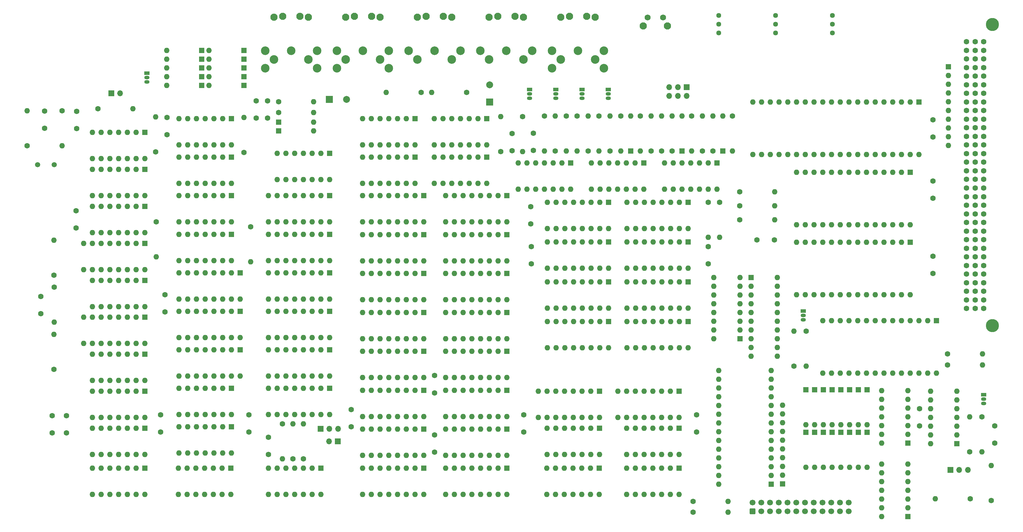
<source format=gbr>
%TF.GenerationSoftware,KiCad,Pcbnew,(6.0.10)*%
%TF.CreationDate,2023-03-31T21:36:48+03:00*%
%TF.ProjectId,delta48m,64656c74-6134-4386-9d2e-6b696361645f,1*%
%TF.SameCoordinates,Original*%
%TF.FileFunction,Soldermask,Top*%
%TF.FilePolarity,Negative*%
%FSLAX46Y46*%
G04 Gerber Fmt 4.6, Leading zero omitted, Abs format (unit mm)*
G04 Created by KiCad (PCBNEW (6.0.10)) date 2023-03-31 21:36:48*
%MOMM*%
%LPD*%
G01*
G04 APERTURE LIST*
G04 Aperture macros list*
%AMRoundRect*
0 Rectangle with rounded corners*
0 $1 Rounding radius*
0 $2 $3 $4 $5 $6 $7 $8 $9 X,Y pos of 4 corners*
0 Add a 4 corners polygon primitive as box body*
4,1,4,$2,$3,$4,$5,$6,$7,$8,$9,$2,$3,0*
0 Add four circle primitives for the rounded corners*
1,1,$1+$1,$2,$3*
1,1,$1+$1,$4,$5*
1,1,$1+$1,$6,$7*
1,1,$1+$1,$8,$9*
0 Add four rect primitives between the rounded corners*
20,1,$1+$1,$2,$3,$4,$5,0*
20,1,$1+$1,$4,$5,$6,$7,0*
20,1,$1+$1,$6,$7,$8,$9,0*
20,1,$1+$1,$8,$9,$2,$3,0*%
G04 Aperture macros list end*
%ADD10R,1.600000X1.600000*%
%ADD11O,1.600000X1.600000*%
%ADD12C,1.600000*%
%ADD13C,2.100000*%
%ADD14C,2.500000*%
%ADD15R,1.700000X1.700000*%
%ADD16O,1.700000X1.700000*%
%ADD17R,1.500000X1.050000*%
%ADD18O,1.500000X1.050000*%
%ADD19C,1.440000*%
%ADD20C,3.800000*%
%ADD21C,1.500000*%
%ADD22C,1.750000*%
%ADD23C,2.000000*%
%ADD24R,2.000000X2.000000*%
%ADD25RoundRect,0.250000X0.600000X-0.600000X0.600000X0.600000X-0.600000X0.600000X-0.600000X-0.600000X0*%
%ADD26C,1.700000*%
G04 APERTURE END LIST*
D10*
%TO.C,U11*%
X132597000Y-103922000D03*
D11*
X130057000Y-103922000D03*
X127517000Y-103922000D03*
X124977000Y-103922000D03*
X122437000Y-103922000D03*
X119897000Y-103922000D03*
X117357000Y-103922000D03*
X117357000Y-111542000D03*
X119897000Y-111542000D03*
X122437000Y-111542000D03*
X124977000Y-111542000D03*
X127517000Y-111542000D03*
X130057000Y-111542000D03*
X132597000Y-111542000D03*
%TD*%
D12*
%TO.C,R35*%
X254512000Y-113310000D03*
D11*
X254512000Y-103150000D03*
%TD*%
D12*
%TO.C,R53*%
X340618000Y-175413000D03*
D11*
X350778000Y-175413000D03*
%TD*%
D10*
%TO.C,U57*%
X239531000Y-193838000D03*
D11*
X236991000Y-193838000D03*
X234451000Y-193838000D03*
X231911000Y-193838000D03*
X229371000Y-193838000D03*
X226831000Y-193838000D03*
X224291000Y-193838000D03*
X224291000Y-201458000D03*
X226831000Y-201458000D03*
X229371000Y-201458000D03*
X231911000Y-201458000D03*
X234451000Y-201458000D03*
X236991000Y-201458000D03*
X239531000Y-201458000D03*
%TD*%
D10*
%TO.C,U27*%
X161177000Y-182234100D03*
D11*
X158637000Y-182234100D03*
X156097000Y-182234100D03*
X153557000Y-182234100D03*
X151017000Y-182234100D03*
X148477000Y-182234100D03*
X145937000Y-182234100D03*
X143397000Y-182234100D03*
X143397000Y-189854100D03*
X145937000Y-189854100D03*
X148477000Y-189854100D03*
X151017000Y-189854100D03*
X153557000Y-189854100D03*
X156097000Y-189854100D03*
X158637000Y-189854100D03*
X161177000Y-189854100D03*
%TD*%
D10*
%TO.C,U36*%
X188487000Y-182795500D03*
D11*
X185947000Y-182795500D03*
X183407000Y-182795500D03*
X180867000Y-182795500D03*
X178327000Y-182795500D03*
X175787000Y-182795500D03*
X173247000Y-182795500D03*
X170707000Y-182795500D03*
X170707000Y-190415500D03*
X173247000Y-190415500D03*
X175787000Y-190415500D03*
X178327000Y-190415500D03*
X180867000Y-190415500D03*
X183407000Y-190415500D03*
X185947000Y-190415500D03*
X188487000Y-190415500D03*
%TD*%
D13*
%TO.C,J3*%
X186647000Y-74487000D03*
X189147000Y-74187000D03*
X196647000Y-74487000D03*
X194147000Y-74187000D03*
D14*
X184147000Y-84187000D03*
X191647000Y-84187000D03*
X199147000Y-84187000D03*
X186647000Y-86687000D03*
X196647000Y-86687000D03*
%TD*%
D13*
%TO.C,J6*%
X168319000Y-74187000D03*
X173319000Y-74187000D03*
X165819000Y-74487000D03*
X175819000Y-74487000D03*
D14*
X163319000Y-84187000D03*
X170819000Y-84187000D03*
X178319000Y-84187000D03*
X165819000Y-86687000D03*
X175819000Y-86687000D03*
X163319000Y-89287000D03*
X178319000Y-89287000D03*
%TD*%
D10*
%TO.C,U3*%
X107461000Y-129359000D03*
D11*
X104921000Y-129359000D03*
X102381000Y-129359000D03*
X99841000Y-129359000D03*
X97301000Y-129359000D03*
X94761000Y-129359000D03*
X92221000Y-129359000D03*
X92221000Y-136979000D03*
X94761000Y-136979000D03*
X97301000Y-136979000D03*
X99841000Y-136979000D03*
X102381000Y-136979000D03*
X104921000Y-136979000D03*
X107461000Y-136979000D03*
%TD*%
D15*
%TO.C,LS1*%
X97789000Y-96546000D03*
D16*
X100329000Y-96546000D03*
%TD*%
D10*
%TO.C,U43*%
X212612000Y-148896400D03*
D11*
X210072000Y-148896400D03*
X207532000Y-148896400D03*
X204992000Y-148896400D03*
X202452000Y-148896400D03*
X199912000Y-148896400D03*
X197372000Y-148896400D03*
X194832000Y-148896400D03*
X194832000Y-156516400D03*
X197372000Y-156516400D03*
X199912000Y-156516400D03*
X202452000Y-156516400D03*
X204992000Y-156516400D03*
X207532000Y-156516400D03*
X210072000Y-156516400D03*
X212612000Y-156516400D03*
%TD*%
D12*
%TO.C,R5*%
X81030000Y-149378000D03*
D11*
X81030000Y-139218000D03*
%TD*%
D10*
%TO.C,U48*%
X212612000Y-205395000D03*
D11*
X210072000Y-205395000D03*
X207532000Y-205395000D03*
X204992000Y-205395000D03*
X202452000Y-205395000D03*
X199912000Y-205395000D03*
X197372000Y-205395000D03*
X194832000Y-205395000D03*
X194832000Y-213015000D03*
X197372000Y-213015000D03*
X199912000Y-213015000D03*
X202452000Y-213015000D03*
X204992000Y-213015000D03*
X207532000Y-213015000D03*
X210072000Y-213015000D03*
X212612000Y-213015000D03*
%TD*%
D10*
%TO.C,U64*%
X262645000Y-193838000D03*
D11*
X260105000Y-193838000D03*
X257565000Y-193838000D03*
X255025000Y-193838000D03*
X252485000Y-193838000D03*
X249945000Y-193838000D03*
X247405000Y-193838000D03*
X247405000Y-201458000D03*
X249945000Y-201458000D03*
X252485000Y-201458000D03*
X255025000Y-201458000D03*
X257565000Y-201458000D03*
X260105000Y-201458000D03*
X262645000Y-201458000D03*
%TD*%
D12*
%TO.C,R54*%
X347095000Y-200686000D03*
D11*
X347095000Y-190526000D03*
%TD*%
D15*
%TO.C,JP1*%
X158515000Y-193955000D03*
D16*
X161055000Y-193955000D03*
X163595000Y-193955000D03*
%TD*%
D12*
%TO.C,C23*%
X271149000Y-146036000D03*
X271149000Y-141036000D03*
%TD*%
%TO.C,C19*%
X219587000Y-134479000D03*
X219587000Y-129479000D03*
%TD*%
D17*
%TO.C,Q3*%
X219227000Y-95403000D03*
D18*
X219227000Y-96673000D03*
X219227000Y-97943000D03*
%TD*%
D12*
%TO.C,R56*%
X353318000Y-214783000D03*
D11*
X353318000Y-204623000D03*
%TD*%
D10*
%TO.C,U23*%
X161177000Y-137484300D03*
D11*
X158637000Y-137484300D03*
X156097000Y-137484300D03*
X153557000Y-137484300D03*
X151017000Y-137484300D03*
X148477000Y-137484300D03*
X145937000Y-137484300D03*
X143397000Y-137484300D03*
X143397000Y-145104300D03*
X145937000Y-145104300D03*
X148477000Y-145104300D03*
X151017000Y-145104300D03*
X153557000Y-145104300D03*
X156097000Y-145104300D03*
X158637000Y-145104300D03*
X161177000Y-145104300D03*
%TD*%
D10*
%TO.C,U49*%
X231144000Y-116749000D03*
D11*
X228604000Y-116749000D03*
X226064000Y-116749000D03*
X223524000Y-116749000D03*
X220984000Y-116749000D03*
X218444000Y-116749000D03*
X215904000Y-116749000D03*
X215904000Y-124369000D03*
X218444000Y-124369000D03*
X220984000Y-124369000D03*
X223524000Y-124369000D03*
X226064000Y-124369000D03*
X228604000Y-124369000D03*
X231144000Y-124369000D03*
%TD*%
D12*
%TO.C,C30*%
X354334000Y-198106000D03*
X354334000Y-193106000D03*
%TD*%
D10*
%TO.C,U33*%
X188487000Y-148896400D03*
D11*
X185947000Y-148896400D03*
X183407000Y-148896400D03*
X180867000Y-148896400D03*
X178327000Y-148896400D03*
X175787000Y-148896400D03*
X173247000Y-148896400D03*
X170707000Y-148896400D03*
X170707000Y-156516400D03*
X173247000Y-156516400D03*
X175787000Y-156516400D03*
X178327000Y-156516400D03*
X180867000Y-156516400D03*
X183407000Y-156516400D03*
X185947000Y-156516400D03*
X188487000Y-156516400D03*
%TD*%
D12*
%TO.C,C10*%
X143133000Y-98745000D03*
X143133000Y-103745000D03*
%TD*%
D10*
%TO.C,U38*%
X188487000Y-205395000D03*
D11*
X185947000Y-205395000D03*
X183407000Y-205395000D03*
X180867000Y-205395000D03*
X178327000Y-205395000D03*
X175787000Y-205395000D03*
X173247000Y-205395000D03*
X170707000Y-205395000D03*
X170707000Y-213015000D03*
X173247000Y-213015000D03*
X175787000Y-213015000D03*
X178327000Y-213015000D03*
X180867000Y-213015000D03*
X183407000Y-213015000D03*
X185947000Y-213015000D03*
X188487000Y-213015000D03*
%TD*%
D12*
%TO.C,R46*%
X274451000Y-128169000D03*
D11*
X274451000Y-138329000D03*
%TD*%
D10*
%TO.C,U59*%
X265317000Y-128179000D03*
D11*
X262777000Y-128179000D03*
X260237000Y-128179000D03*
X257697000Y-128179000D03*
X255157000Y-128179000D03*
X252617000Y-128179000D03*
X250077000Y-128179000D03*
X247537000Y-128179000D03*
X247537000Y-135799000D03*
X250077000Y-135799000D03*
X252617000Y-135799000D03*
X255157000Y-135799000D03*
X257697000Y-135799000D03*
X260237000Y-135799000D03*
X262777000Y-135799000D03*
X265317000Y-135799000D03*
%TD*%
D19*
%TO.C,RV42*%
X274197000Y-79018000D03*
X274197000Y-76478000D03*
X274197000Y-73938000D03*
%TD*%
D12*
%TO.C,R51*%
X299597000Y-165634000D03*
D11*
X299597000Y-175794000D03*
%TD*%
D10*
%TO.C,U7*%
X107461000Y-172359000D03*
D11*
X104921000Y-172359000D03*
X102381000Y-172359000D03*
X99841000Y-172359000D03*
X97301000Y-172359000D03*
X94761000Y-172359000D03*
X92221000Y-172359000D03*
X92221000Y-179979000D03*
X94761000Y-179979000D03*
X97301000Y-179979000D03*
X99841000Y-179979000D03*
X102381000Y-179979000D03*
X104921000Y-179979000D03*
X107461000Y-179979000D03*
%TD*%
D10*
%TO.C,U30*%
X185937000Y-115109400D03*
D11*
X183397000Y-115109400D03*
X180857000Y-115109400D03*
X178317000Y-115109400D03*
X175777000Y-115109400D03*
X173237000Y-115109400D03*
X170697000Y-115109400D03*
X170697000Y-122729400D03*
X173237000Y-122729400D03*
X175777000Y-122729400D03*
X178317000Y-122729400D03*
X180857000Y-122729400D03*
X183397000Y-122729400D03*
X185937000Y-122729400D03*
%TD*%
D10*
%TO.C,D26*%
X309630000Y-182652000D03*
D11*
X309630000Y-192812000D03*
%TD*%
D10*
%TO.C,D1*%
X123956000Y-84100000D03*
D11*
X113796000Y-84100000D03*
%TD*%
D12*
%TO.C,C16*%
X191647000Y-183541000D03*
X191647000Y-178541000D03*
%TD*%
D10*
%TO.C,U47*%
X212612000Y-194095300D03*
D11*
X210072000Y-194095300D03*
X207532000Y-194095300D03*
X204992000Y-194095300D03*
X202452000Y-194095300D03*
X199912000Y-194095300D03*
X197372000Y-194095300D03*
X194832000Y-194095300D03*
X194832000Y-201715300D03*
X197372000Y-201715300D03*
X199912000Y-201715300D03*
X202452000Y-201715300D03*
X204992000Y-201715300D03*
X207532000Y-201715300D03*
X210072000Y-201715300D03*
X212612000Y-201715300D03*
%TD*%
D12*
%TO.C,R8*%
X110621000Y-113564000D03*
D11*
X110621000Y-103404000D03*
%TD*%
D12*
%TO.C,R41*%
X278134000Y-103150000D03*
D11*
X278134000Y-113310000D03*
%TD*%
D10*
%TO.C,U52*%
X242203000Y-128179000D03*
D11*
X239663000Y-128179000D03*
X237123000Y-128179000D03*
X234583000Y-128179000D03*
X232043000Y-128179000D03*
X229503000Y-128179000D03*
X226963000Y-128179000D03*
X224423000Y-128179000D03*
X224423000Y-135799000D03*
X226963000Y-135799000D03*
X229503000Y-135799000D03*
X232043000Y-135799000D03*
X234583000Y-135799000D03*
X237123000Y-135799000D03*
X239663000Y-135799000D03*
X242203000Y-135799000D03*
%TD*%
D12*
%TO.C,R15*%
X236224000Y-113310000D03*
D11*
X236224000Y-103150000D03*
%TD*%
D15*
%TO.C,JP3*%
X163565000Y-197638000D03*
D16*
X161025000Y-197638000D03*
%TD*%
D10*
%TO.C,D23*%
X302010000Y-182652000D03*
D11*
X302010000Y-192812000D03*
%TD*%
D10*
%TO.C,U39*%
X206765000Y-103922000D03*
D11*
X204225000Y-103922000D03*
X201685000Y-103922000D03*
X199145000Y-103922000D03*
X196605000Y-103922000D03*
X194065000Y-103922000D03*
X191525000Y-103922000D03*
X191525000Y-111542000D03*
X194065000Y-111542000D03*
X196605000Y-111542000D03*
X199145000Y-111542000D03*
X201685000Y-111542000D03*
X204225000Y-111542000D03*
X206765000Y-111542000D03*
%TD*%
D12*
%TO.C,C22*%
X220349000Y-108151200D03*
X220349000Y-113151200D03*
%TD*%
D10*
%TO.C,D9*%
X136275000Y-91720000D03*
D11*
X126115000Y-91720000D03*
%TD*%
D12*
%TO.C,C25*%
X290326000Y-139091000D03*
X285326000Y-139091000D03*
%TD*%
D10*
%TO.C,U10*%
X107456000Y-205395000D03*
D11*
X104916000Y-205395000D03*
X102376000Y-205395000D03*
X99836000Y-205395000D03*
X97296000Y-205395000D03*
X94756000Y-205395000D03*
X92216000Y-205395000D03*
X92216000Y-213015000D03*
X94756000Y-213015000D03*
X97296000Y-213015000D03*
X99836000Y-213015000D03*
X102376000Y-213015000D03*
X104916000Y-213015000D03*
X107456000Y-213015000D03*
%TD*%
D10*
%TO.C,U61*%
X265317000Y-151293000D03*
D11*
X262777000Y-151293000D03*
X260237000Y-151293000D03*
X257697000Y-151293000D03*
X255157000Y-151293000D03*
X252617000Y-151293000D03*
X250077000Y-151293000D03*
X247537000Y-151293000D03*
X247537000Y-158913000D03*
X250077000Y-158913000D03*
X252617000Y-158913000D03*
X255157000Y-158913000D03*
X257697000Y-158913000D03*
X260237000Y-158913000D03*
X262777000Y-158913000D03*
X265317000Y-158913000D03*
%TD*%
D10*
%TO.C,U29*%
X185937000Y-103922000D03*
D11*
X183397000Y-103922000D03*
X180857000Y-103922000D03*
X178317000Y-103922000D03*
X175777000Y-103922000D03*
X173237000Y-103922000D03*
X170697000Y-103922000D03*
X170697000Y-111542000D03*
X173237000Y-111542000D03*
X175777000Y-111542000D03*
X178317000Y-111542000D03*
X180857000Y-111542000D03*
X183397000Y-111542000D03*
X185937000Y-111542000D03*
%TD*%
D10*
%TO.C,U8*%
X107461000Y-183109000D03*
D11*
X104921000Y-183109000D03*
X102381000Y-183109000D03*
X99841000Y-183109000D03*
X97301000Y-183109000D03*
X94761000Y-183109000D03*
X92221000Y-183109000D03*
X92221000Y-190729000D03*
X94761000Y-190729000D03*
X97301000Y-190729000D03*
X99841000Y-190729000D03*
X102381000Y-190729000D03*
X104921000Y-190729000D03*
X107461000Y-190729000D03*
%TD*%
D10*
%TO.C,D22*%
X299470000Y-182652000D03*
D11*
X299470000Y-192812000D03*
%TD*%
D12*
%TO.C,R34*%
X251417200Y-103150000D03*
D11*
X251417200Y-113310000D03*
%TD*%
D10*
%TO.C,U72*%
X337443000Y-162586000D03*
D11*
X334903000Y-162586000D03*
X332363000Y-162586000D03*
X329823000Y-162586000D03*
X327283000Y-162586000D03*
X324743000Y-162586000D03*
X322203000Y-162586000D03*
X319663000Y-162586000D03*
X317123000Y-162586000D03*
X314583000Y-162586000D03*
X312043000Y-162586000D03*
X309503000Y-162586000D03*
X306963000Y-162586000D03*
X304423000Y-162586000D03*
X304423000Y-177826000D03*
X306963000Y-177826000D03*
X309503000Y-177826000D03*
X312043000Y-177826000D03*
X314583000Y-177826000D03*
X317123000Y-177826000D03*
X319663000Y-177826000D03*
X322203000Y-177826000D03*
X324743000Y-177826000D03*
X327283000Y-177826000D03*
X329823000Y-177826000D03*
X332363000Y-177826000D03*
X334903000Y-177826000D03*
X337443000Y-177826000D03*
%TD*%
D12*
%TO.C,R30*%
X239399000Y-103150000D03*
D11*
X239399000Y-113310000D03*
%TD*%
D10*
%TO.C,U13*%
X132597000Y-126296900D03*
D11*
X130057000Y-126296900D03*
X127517000Y-126296900D03*
X124977000Y-126296900D03*
X122437000Y-126296900D03*
X119897000Y-126296900D03*
X117357000Y-126296900D03*
X117357000Y-133916900D03*
X119897000Y-133916900D03*
X122437000Y-133916900D03*
X124977000Y-133916900D03*
X127517000Y-133916900D03*
X130057000Y-133916900D03*
X132597000Y-133916900D03*
%TD*%
D10*
%TO.C,D30*%
X146308000Y-104928000D03*
D11*
X156468000Y-104928000D03*
%TD*%
D12*
%TO.C,C4*%
X80522000Y-195185000D03*
X80522000Y-190185000D03*
%TD*%
D10*
%TO.C,U60*%
X265317000Y-139736000D03*
D11*
X262777000Y-139736000D03*
X260237000Y-139736000D03*
X257697000Y-139736000D03*
X255157000Y-139736000D03*
X252617000Y-139736000D03*
X250077000Y-139736000D03*
X247537000Y-139736000D03*
X247537000Y-147356000D03*
X250077000Y-147356000D03*
X252617000Y-147356000D03*
X255157000Y-147356000D03*
X257697000Y-147356000D03*
X260237000Y-147356000D03*
X262777000Y-147356000D03*
X265317000Y-147356000D03*
%TD*%
D10*
%TO.C,U21*%
X161172000Y-113955000D03*
D11*
X158632000Y-113955000D03*
X156092000Y-113955000D03*
X153552000Y-113955000D03*
X151012000Y-113955000D03*
X148472000Y-113955000D03*
X145932000Y-113955000D03*
X145932000Y-121575000D03*
X148472000Y-121575000D03*
X151012000Y-121575000D03*
X153552000Y-121575000D03*
X156092000Y-121575000D03*
X158632000Y-121575000D03*
X161172000Y-121575000D03*
%TD*%
D12*
%TO.C,R50*%
X296041000Y-175794000D03*
D11*
X296041000Y-165634000D03*
%TD*%
D12*
%TO.C,C5*%
X84713000Y-195185000D03*
X84713000Y-190185000D03*
%TD*%
D10*
%TO.C,U50*%
X252419000Y-116749000D03*
D11*
X249879000Y-116749000D03*
X247339000Y-116749000D03*
X244799000Y-116749000D03*
X242259000Y-116749000D03*
X239719000Y-116749000D03*
X237179000Y-116749000D03*
X237179000Y-124369000D03*
X239719000Y-124369000D03*
X242259000Y-124369000D03*
X244799000Y-124369000D03*
X247339000Y-124369000D03*
X249879000Y-124369000D03*
X252419000Y-124369000D03*
%TD*%
D20*
%TO.C,J1*%
X353659000Y-76560000D03*
X353659000Y-164060000D03*
D12*
X346159000Y-81560000D03*
X348659000Y-81560000D03*
X346159000Y-84060000D03*
X348659000Y-84060000D03*
X348659000Y-86560000D03*
X346159000Y-86560000D03*
X348659000Y-89060000D03*
X346159000Y-89060000D03*
X346159000Y-91560000D03*
X348659000Y-91560000D03*
X348659000Y-94060000D03*
X346159000Y-94060000D03*
X346159000Y-96560000D03*
X348659000Y-96560000D03*
X348659000Y-99060000D03*
X346159000Y-99060000D03*
X346159000Y-101560000D03*
X348659000Y-101560000D03*
X346159000Y-104060000D03*
X348659000Y-104060000D03*
X348659000Y-106560000D03*
X346159000Y-106560000D03*
X346159000Y-109060000D03*
X348659000Y-109060000D03*
X346159000Y-111560000D03*
X348659000Y-111560000D03*
X348659000Y-114060000D03*
X346159000Y-114060000D03*
X348659000Y-116560000D03*
X346159000Y-116560000D03*
X348659000Y-119060000D03*
X346159000Y-119060000D03*
X348659000Y-121560000D03*
X346159000Y-121560000D03*
X346159000Y-124060000D03*
X348659000Y-124060000D03*
X348659000Y-126560000D03*
X346159000Y-126560000D03*
X348659000Y-129060000D03*
X346159000Y-129060000D03*
X346159000Y-131560000D03*
X348659000Y-131560000D03*
X346159000Y-134060000D03*
X348659000Y-134060000D03*
X346159000Y-136560000D03*
X348659000Y-136560000D03*
X346159000Y-139060000D03*
X348659000Y-139060000D03*
X346159000Y-141560000D03*
X348659000Y-141560000D03*
X348659000Y-144060000D03*
X346159000Y-144060000D03*
X348659000Y-146560000D03*
X346159000Y-146560000D03*
X346159000Y-149060000D03*
X348659000Y-149060000D03*
X346159000Y-151560000D03*
X348659000Y-151560000D03*
X346159000Y-154060000D03*
X348659000Y-154060000D03*
X348659000Y-156560000D03*
X346159000Y-156560000D03*
X348659000Y-159060000D03*
X346159000Y-159060000D03*
X351159000Y-81560000D03*
X351159000Y-84060000D03*
X351159000Y-86560000D03*
X351159000Y-89060000D03*
X351159000Y-91560000D03*
X351159000Y-94060000D03*
X351159000Y-96560000D03*
X351159000Y-99060000D03*
X351159000Y-101560000D03*
X351159000Y-104060000D03*
X351159000Y-106560000D03*
X351159000Y-109060000D03*
X351159000Y-111560000D03*
X351159000Y-114060000D03*
X351159000Y-116560000D03*
X351159000Y-119060000D03*
X351159000Y-121560000D03*
X351159000Y-124060000D03*
X351159000Y-126560000D03*
X351159000Y-129060000D03*
X351159000Y-131560000D03*
X351159000Y-134060000D03*
X351159000Y-136560000D03*
X351159000Y-139060000D03*
X351159000Y-141560000D03*
X351159000Y-144060000D03*
X351159000Y-146560000D03*
X351159000Y-149060000D03*
X351159000Y-151560000D03*
X351159000Y-154060000D03*
X351159000Y-156560000D03*
X351159000Y-159060000D03*
%TD*%
%TO.C,C3*%
X77220000Y-155514000D03*
X77220000Y-160514000D03*
%TD*%
D10*
%TO.C,U20*%
X132465000Y-205395000D03*
D11*
X129925000Y-205395000D03*
X127385000Y-205395000D03*
X124845000Y-205395000D03*
X122305000Y-205395000D03*
X119765000Y-205395000D03*
X117225000Y-205395000D03*
X117225000Y-213015000D03*
X119765000Y-213015000D03*
X122305000Y-213015000D03*
X124845000Y-213015000D03*
X127385000Y-213015000D03*
X129925000Y-213015000D03*
X132465000Y-213015000D03*
%TD*%
D10*
%TO.C,DA2*%
X340872000Y-88799000D03*
D11*
X340872000Y-91339000D03*
X340872000Y-93879000D03*
X340872000Y-96419000D03*
X340872000Y-98959000D03*
X340872000Y-101499000D03*
X340872000Y-104039000D03*
X340872000Y-106579000D03*
X340872000Y-109119000D03*
X340872000Y-111659000D03*
%TD*%
D10*
%TO.C,D17*%
X307090000Y-194971000D03*
D11*
X307090000Y-205131000D03*
%TD*%
D12*
%TO.C,R33*%
X245749000Y-103150000D03*
D11*
X245749000Y-113310000D03*
%TD*%
D15*
%TO.C,J8*%
X264911000Y-94763000D03*
D16*
X264911000Y-97303000D03*
X262371000Y-94763000D03*
X262371000Y-97303000D03*
X259831000Y-94763000D03*
X259831000Y-97303000D03*
%TD*%
D12*
%TO.C,R59*%
X266704000Y-218212000D03*
D11*
X276864000Y-218212000D03*
%TD*%
D10*
%TO.C,D12*%
X263503600Y-113310000D03*
D11*
X263503600Y-103150000D03*
%TD*%
D10*
%TO.C,U22*%
X161177000Y-126296900D03*
D11*
X158637000Y-126296900D03*
X156097000Y-126296900D03*
X153557000Y-126296900D03*
X151017000Y-126296900D03*
X148477000Y-126296900D03*
X145937000Y-126296900D03*
X143397000Y-126296900D03*
X143397000Y-133916900D03*
X145937000Y-133916900D03*
X148477000Y-133916900D03*
X151017000Y-133916900D03*
X153557000Y-133916900D03*
X156097000Y-133916900D03*
X158637000Y-133916900D03*
X161177000Y-133916900D03*
%TD*%
D10*
%TO.C,U44*%
X212612000Y-160196100D03*
D11*
X210072000Y-160196100D03*
X207532000Y-160196100D03*
X204992000Y-160196100D03*
X202452000Y-160196100D03*
X199912000Y-160196100D03*
X197372000Y-160196100D03*
X194832000Y-160196100D03*
X194832000Y-167816100D03*
X197372000Y-167816100D03*
X199912000Y-167816100D03*
X202452000Y-167816100D03*
X204992000Y-167816100D03*
X207532000Y-167816100D03*
X210072000Y-167816100D03*
X212612000Y-167816100D03*
%TD*%
D12*
%TO.C,C8*%
X113288000Y-160006000D03*
X113288000Y-155006000D03*
%TD*%
D10*
%TO.C,U5*%
X107461000Y-150859000D03*
D11*
X104921000Y-150859000D03*
X102381000Y-150859000D03*
X99841000Y-150859000D03*
X97301000Y-150859000D03*
X94761000Y-150859000D03*
X92221000Y-150859000D03*
X92221000Y-158479000D03*
X94761000Y-158479000D03*
X97301000Y-158479000D03*
X99841000Y-158479000D03*
X102381000Y-158479000D03*
X104921000Y-158479000D03*
X107461000Y-158479000D03*
%TD*%
D10*
%TO.C,D2*%
X123956000Y-86640000D03*
D11*
X113796000Y-86640000D03*
%TD*%
D10*
%TO.C,D7*%
X136275000Y-86640000D03*
D11*
X126115000Y-86640000D03*
%TD*%
D10*
%TO.C,D27*%
X312170000Y-182652000D03*
D11*
X312170000Y-192812000D03*
%TD*%
D10*
%TO.C,U1*%
X107446000Y-107849000D03*
D11*
X104906000Y-107849000D03*
X102366000Y-107849000D03*
X99826000Y-107849000D03*
X97286000Y-107849000D03*
X94746000Y-107849000D03*
X92206000Y-107849000D03*
X92206000Y-115469000D03*
X94746000Y-115469000D03*
X97286000Y-115469000D03*
X99826000Y-115469000D03*
X102366000Y-115469000D03*
X104906000Y-115469000D03*
X107446000Y-115469000D03*
%TD*%
D12*
%TO.C,R10*%
X136275000Y-113691000D03*
D11*
X136275000Y-103531000D03*
%TD*%
D12*
%TO.C,C1*%
X78363000Y-106706000D03*
X78363000Y-101706000D03*
%TD*%
D10*
%TO.C,U62*%
X265317000Y-162850000D03*
D11*
X262777000Y-162850000D03*
X260237000Y-162850000D03*
X257697000Y-162850000D03*
X255157000Y-162850000D03*
X252617000Y-162850000D03*
X250077000Y-162850000D03*
X247537000Y-162850000D03*
X247537000Y-170470000D03*
X250077000Y-170470000D03*
X252617000Y-170470000D03*
X255157000Y-170470000D03*
X257697000Y-170470000D03*
X260237000Y-170470000D03*
X262777000Y-170470000D03*
X265317000Y-170470000D03*
%TD*%
D12*
%TO.C,R14*%
X150499000Y-202718000D03*
D11*
X150499000Y-192558000D03*
%TD*%
D10*
%TO.C,U75*%
X343402000Y-198278000D03*
D11*
X343402000Y-195738000D03*
X343402000Y-193198000D03*
X343402000Y-190658000D03*
X343402000Y-188118000D03*
X343402000Y-185578000D03*
X343402000Y-183038000D03*
X335782000Y-183038000D03*
X335782000Y-185578000D03*
X335782000Y-188118000D03*
X335782000Y-190658000D03*
X335782000Y-193198000D03*
X335782000Y-195738000D03*
X335782000Y-198278000D03*
%TD*%
D19*
%TO.C,RV43*%
X290698000Y-79018000D03*
X290698000Y-76478000D03*
X290698000Y-73938000D03*
%TD*%
D10*
%TO.C,D15*%
X302010000Y-194971000D03*
D11*
X302010000Y-205131000D03*
%TD*%
D10*
%TO.C,U41*%
X212612000Y-126296900D03*
D11*
X210072000Y-126296900D03*
X207532000Y-126296900D03*
X204992000Y-126296900D03*
X202452000Y-126296900D03*
X199912000Y-126296900D03*
X197372000Y-126296900D03*
X194832000Y-126296900D03*
X194832000Y-133916900D03*
X197372000Y-133916900D03*
X199912000Y-133916900D03*
X202452000Y-133916900D03*
X204992000Y-133916900D03*
X207532000Y-133916900D03*
X210072000Y-133916900D03*
X212612000Y-133916900D03*
%TD*%
D10*
%TO.C,D31*%
X146315000Y-107468000D03*
D11*
X156475000Y-107468000D03*
%TD*%
D17*
%TO.C,Q5*%
X234467000Y-95403000D03*
D18*
X234467000Y-96673000D03*
X234467000Y-97943000D03*
%TD*%
D10*
%TO.C,D29*%
X317250000Y-182652000D03*
D11*
X317250000Y-192812000D03*
%TD*%
D10*
%TO.C,U32*%
X188487000Y-137596600D03*
D11*
X185947000Y-137596600D03*
X183407000Y-137596600D03*
X180867000Y-137596600D03*
X178327000Y-137596600D03*
X175787000Y-137596600D03*
X173247000Y-137596600D03*
X170707000Y-137596600D03*
X170707000Y-145216600D03*
X173247000Y-145216600D03*
X175787000Y-145216600D03*
X178327000Y-145216600D03*
X180867000Y-145216600D03*
X183407000Y-145216600D03*
X185947000Y-145216600D03*
X188487000Y-145216600D03*
%TD*%
D10*
%TO.C,U12*%
X132597000Y-115109400D03*
D11*
X130057000Y-115109400D03*
X127517000Y-115109400D03*
X124977000Y-115109400D03*
X122437000Y-115109400D03*
X119897000Y-115109400D03*
X117357000Y-115109400D03*
X117357000Y-122729400D03*
X119897000Y-122729400D03*
X122437000Y-122729400D03*
X124977000Y-122729400D03*
X127517000Y-122729400D03*
X130057000Y-122729400D03*
X132597000Y-122729400D03*
%TD*%
D10*
%TO.C,U71*%
X329838000Y-139848000D03*
D11*
X327298000Y-139848000D03*
X324758000Y-139848000D03*
X322218000Y-139848000D03*
X319678000Y-139848000D03*
X317138000Y-139848000D03*
X314598000Y-139848000D03*
X312058000Y-139848000D03*
X309518000Y-139848000D03*
X306978000Y-139848000D03*
X304438000Y-139848000D03*
X301898000Y-139848000D03*
X299358000Y-139848000D03*
X296818000Y-139848000D03*
X296818000Y-155088000D03*
X299358000Y-155088000D03*
X301898000Y-155088000D03*
X304438000Y-155088000D03*
X306978000Y-155088000D03*
X309518000Y-155088000D03*
X312058000Y-155088000D03*
X314598000Y-155088000D03*
X317138000Y-155088000D03*
X319678000Y-155088000D03*
X322218000Y-155088000D03*
X324758000Y-155088000D03*
X327298000Y-155088000D03*
X329838000Y-155088000D03*
%TD*%
D10*
%TO.C,U45*%
X212612000Y-171495800D03*
D11*
X210072000Y-171495800D03*
X207532000Y-171495800D03*
X204992000Y-171495800D03*
X202452000Y-171495800D03*
X199912000Y-171495800D03*
X197372000Y-171495800D03*
X194832000Y-171495800D03*
X194832000Y-179115800D03*
X197372000Y-179115800D03*
X199912000Y-179115800D03*
X202452000Y-179115800D03*
X204992000Y-179115800D03*
X207532000Y-179115800D03*
X210072000Y-179115800D03*
X212612000Y-179115800D03*
%TD*%
D12*
%TO.C,R24*%
X223524000Y-103150000D03*
D11*
X223524000Y-113310000D03*
%TD*%
D12*
%TO.C,C27*%
X336427000Y-126986000D03*
X336427000Y-121986000D03*
%TD*%
%TO.C,R49*%
X280293000Y-133249000D03*
D11*
X290453000Y-133249000D03*
%TD*%
D12*
%TO.C,C2*%
X87507000Y-135659000D03*
X87507000Y-130659000D03*
%TD*%
D10*
%TO.C,U14*%
X132592000Y-137484300D03*
D11*
X130052000Y-137484300D03*
X127512000Y-137484300D03*
X124972000Y-137484300D03*
X122432000Y-137484300D03*
X119892000Y-137484300D03*
X117352000Y-137484300D03*
X117352000Y-145104300D03*
X119892000Y-145104300D03*
X122432000Y-145104300D03*
X124972000Y-145104300D03*
X127512000Y-145104300D03*
X130052000Y-145104300D03*
X132592000Y-145104300D03*
%TD*%
D10*
%TO.C,U6*%
X107461000Y-161609000D03*
D11*
X104921000Y-161609000D03*
X102381000Y-161609000D03*
X99841000Y-161609000D03*
X97301000Y-161609000D03*
X94761000Y-161609000D03*
X92221000Y-161609000D03*
X89681000Y-161609000D03*
X89681000Y-169229000D03*
X92221000Y-169229000D03*
X94761000Y-169229000D03*
X97301000Y-169229000D03*
X99841000Y-169229000D03*
X102381000Y-169229000D03*
X104921000Y-169229000D03*
X107461000Y-169229000D03*
%TD*%
D10*
%TO.C,D19*%
X312170000Y-194971000D03*
D11*
X312170000Y-205131000D03*
%TD*%
D12*
%TO.C,C6*%
X113923000Y-103604000D03*
X113923000Y-108604000D03*
%TD*%
D10*
%TO.C,U18*%
X132597000Y-182234100D03*
D11*
X130057000Y-182234100D03*
X127517000Y-182234100D03*
X124977000Y-182234100D03*
X122437000Y-182234100D03*
X119897000Y-182234100D03*
X117357000Y-182234100D03*
X117357000Y-189854100D03*
X119897000Y-189854100D03*
X122437000Y-189854100D03*
X124977000Y-189854100D03*
X127517000Y-189854100D03*
X130057000Y-189854100D03*
X132597000Y-189854100D03*
%TD*%
D10*
%TO.C,U65*%
X262640000Y-205419000D03*
D11*
X260100000Y-205419000D03*
X257560000Y-205419000D03*
X255020000Y-205419000D03*
X252480000Y-205419000D03*
X249940000Y-205419000D03*
X247400000Y-205419000D03*
X247400000Y-213039000D03*
X249940000Y-213039000D03*
X252480000Y-213039000D03*
X255020000Y-213039000D03*
X257560000Y-213039000D03*
X260100000Y-213039000D03*
X262640000Y-213039000D03*
%TD*%
D10*
%TO.C,U69*%
X332358000Y-99081000D03*
D11*
X329818000Y-99081000D03*
X327278000Y-99081000D03*
X324738000Y-99081000D03*
X322198000Y-99081000D03*
X319658000Y-99081000D03*
X317118000Y-99081000D03*
X314578000Y-99081000D03*
X312038000Y-99081000D03*
X309498000Y-99081000D03*
X306958000Y-99081000D03*
X304418000Y-99081000D03*
X301878000Y-99081000D03*
X299338000Y-99081000D03*
X296798000Y-99081000D03*
X294258000Y-99081000D03*
X291718000Y-99081000D03*
X289178000Y-99081000D03*
X286638000Y-99081000D03*
X284098000Y-99081000D03*
X284098000Y-114321000D03*
X286638000Y-114321000D03*
X289178000Y-114321000D03*
X291718000Y-114321000D03*
X294258000Y-114321000D03*
X296798000Y-114321000D03*
X299338000Y-114321000D03*
X301878000Y-114321000D03*
X304418000Y-114321000D03*
X306958000Y-114321000D03*
X309498000Y-114321000D03*
X312038000Y-114321000D03*
X314578000Y-114321000D03*
X317118000Y-114321000D03*
X319658000Y-114321000D03*
X322198000Y-114321000D03*
X324738000Y-114321000D03*
X327278000Y-114321000D03*
X329818000Y-114321000D03*
X332358000Y-114321000D03*
%TD*%
D17*
%TO.C,Q8*%
X298729000Y-159792000D03*
D18*
X298729000Y-161062000D03*
X298729000Y-162332000D03*
%TD*%
D12*
%TO.C,R7*%
X93857000Y-100991000D03*
D11*
X104017000Y-100991000D03*
%TD*%
D12*
%TO.C,R20*%
X187710000Y-96292000D03*
D11*
X177550000Y-96292000D03*
%TD*%
D10*
%TO.C,D4*%
X123956000Y-91720000D03*
D11*
X113796000Y-91720000D03*
%TD*%
D10*
%TO.C,D8*%
X136275000Y-89180000D03*
D11*
X126115000Y-89180000D03*
%TD*%
D10*
%TO.C,U73*%
X329178000Y-198151000D03*
D11*
X329178000Y-195611000D03*
X329178000Y-193071000D03*
X329178000Y-190531000D03*
X329178000Y-187991000D03*
X329178000Y-185451000D03*
X329178000Y-182911000D03*
X321558000Y-182911000D03*
X321558000Y-185451000D03*
X321558000Y-187991000D03*
X321558000Y-190531000D03*
X321558000Y-193071000D03*
X321558000Y-195611000D03*
X321558000Y-198151000D03*
%TD*%
D10*
%TO.C,U34*%
X188487000Y-160196100D03*
D11*
X185947000Y-160196100D03*
X183407000Y-160196100D03*
X180867000Y-160196100D03*
X178327000Y-160196100D03*
X175787000Y-160196100D03*
X173247000Y-160196100D03*
X170707000Y-160196100D03*
X170707000Y-167816100D03*
X173247000Y-167816100D03*
X175787000Y-167816100D03*
X178327000Y-167816100D03*
X180867000Y-167816100D03*
X183407000Y-167816100D03*
X185947000Y-167816100D03*
X188487000Y-167816100D03*
%TD*%
D12*
%TO.C,C13*%
X137672000Y-194931000D03*
X137672000Y-189931000D03*
%TD*%
D13*
%TO.C,J7*%
X154991000Y-74487000D03*
X144991000Y-74487000D03*
X147491000Y-74187000D03*
X152491000Y-74187000D03*
D14*
X142491000Y-84187000D03*
X149991000Y-84187000D03*
X157491000Y-84187000D03*
X144991000Y-86687000D03*
X154991000Y-86687000D03*
X142491000Y-89287000D03*
X157491000Y-89287000D03*
%TD*%
D10*
%TO.C,D16*%
X304550000Y-194971000D03*
D11*
X304550000Y-205131000D03*
%TD*%
D10*
%TO.C,D3*%
X123956000Y-89180000D03*
D11*
X113796000Y-89180000D03*
%TD*%
D12*
%TO.C,C29*%
X332490000Y-193153000D03*
X332490000Y-188153000D03*
%TD*%
%TO.C,C26*%
X336427000Y-148830000D03*
X336427000Y-143830000D03*
%TD*%
D10*
%TO.C,U40*%
X206765000Y-115109400D03*
D11*
X204225000Y-115109400D03*
X201685000Y-115109400D03*
X199145000Y-115109400D03*
X196605000Y-115109400D03*
X194065000Y-115109400D03*
X191525000Y-115109400D03*
X191525000Y-122729400D03*
X194065000Y-122729400D03*
X196605000Y-122729400D03*
X199145000Y-122729400D03*
X201685000Y-122729400D03*
X204225000Y-122729400D03*
X206765000Y-122729400D03*
%TD*%
D12*
%TO.C,R45*%
X271149000Y-128169000D03*
D11*
X271149000Y-138329000D03*
%TD*%
D10*
%TO.C,U70*%
X329838000Y-119528000D03*
D11*
X327298000Y-119528000D03*
X324758000Y-119528000D03*
X322218000Y-119528000D03*
X319678000Y-119528000D03*
X317138000Y-119528000D03*
X314598000Y-119528000D03*
X312058000Y-119528000D03*
X309518000Y-119528000D03*
X306978000Y-119528000D03*
X304438000Y-119528000D03*
X301898000Y-119528000D03*
X299358000Y-119528000D03*
X296818000Y-119528000D03*
X296818000Y-134768000D03*
X299358000Y-134768000D03*
X301898000Y-134768000D03*
X304438000Y-134768000D03*
X306978000Y-134768000D03*
X309518000Y-134768000D03*
X312058000Y-134768000D03*
X314598000Y-134768000D03*
X317138000Y-134768000D03*
X319678000Y-134768000D03*
X322218000Y-134768000D03*
X324758000Y-134768000D03*
X327298000Y-134768000D03*
X329838000Y-134768000D03*
%TD*%
D12*
%TO.C,R19*%
X138180000Y-135281000D03*
D11*
X138180000Y-145441000D03*
%TD*%
D10*
%TO.C,U67*%
X283595000Y-150013000D03*
D11*
X283595000Y-152553000D03*
X283595000Y-155093000D03*
X283595000Y-157633000D03*
X283595000Y-160173000D03*
X283595000Y-162713000D03*
X283595000Y-165253000D03*
X283595000Y-167793000D03*
X283595000Y-170333000D03*
X283595000Y-172873000D03*
X291215000Y-172873000D03*
X291215000Y-170333000D03*
X291215000Y-167793000D03*
X291215000Y-165253000D03*
X291215000Y-162713000D03*
X291215000Y-160173000D03*
X291215000Y-157633000D03*
X291215000Y-155093000D03*
X291215000Y-152553000D03*
X291215000Y-150013000D03*
%TD*%
D10*
%TO.C,D14*%
X299470000Y-194971000D03*
D11*
X299470000Y-205131000D03*
%TD*%
D12*
%TO.C,R32*%
X242574000Y-113310000D03*
D11*
X242574000Y-103150000D03*
%TD*%
D12*
%TO.C,R21*%
X200918000Y-96292000D03*
D11*
X190758000Y-96292000D03*
%TD*%
D10*
%TO.C,D18*%
X309630000Y-194971000D03*
D11*
X309630000Y-205131000D03*
%TD*%
D12*
%TO.C,R16*%
X153547000Y-202718000D03*
D11*
X153547000Y-192558000D03*
%TD*%
D12*
%TO.C,R37*%
X272505900Y-113310000D03*
D11*
X272505900Y-103150000D03*
%TD*%
D10*
%TO.C,D11*%
X248583100Y-113310000D03*
D11*
X248583100Y-103150000D03*
%TD*%
D12*
%TO.C,R9*%
X110748000Y-133884000D03*
D11*
X110748000Y-144044000D03*
%TD*%
D12*
%TO.C,C32*%
X87634000Y-106793000D03*
X87634000Y-101793000D03*
%TD*%
D10*
%TO.C,U68*%
X289437000Y-210099000D03*
D11*
X289437000Y-207559000D03*
X289437000Y-205019000D03*
X289437000Y-202479000D03*
X289437000Y-199939000D03*
X289437000Y-197399000D03*
X289437000Y-194859000D03*
X289437000Y-192319000D03*
X289437000Y-189779000D03*
X289437000Y-187239000D03*
X289437000Y-184699000D03*
X289437000Y-182159000D03*
X289437000Y-179619000D03*
X289437000Y-177079000D03*
X274197000Y-177079000D03*
X274197000Y-179619000D03*
X274197000Y-182159000D03*
X274197000Y-184699000D03*
X274197000Y-187239000D03*
X274197000Y-189779000D03*
X274197000Y-192319000D03*
X274197000Y-194859000D03*
X274197000Y-197399000D03*
X274197000Y-199939000D03*
X274197000Y-202479000D03*
X274197000Y-205019000D03*
X274197000Y-207559000D03*
X274197000Y-210099000D03*
%TD*%
D12*
%TO.C,R28*%
X233049000Y-103150000D03*
D11*
X233049000Y-113310000D03*
%TD*%
D13*
%TO.C,J2*%
X235803000Y-74187000D03*
X238303000Y-74487000D03*
X230803000Y-74187000D03*
X228303000Y-74487000D03*
D14*
X225803000Y-84187000D03*
X233303000Y-84187000D03*
X240803000Y-84187000D03*
X228303000Y-86687000D03*
X238303000Y-86687000D03*
X225803000Y-89287000D03*
X240803000Y-89287000D03*
%TD*%
D12*
%TO.C,C18*%
X219714000Y-146036000D03*
X219714000Y-141036000D03*
%TD*%
%TO.C,C31*%
X167390000Y-193407000D03*
X167390000Y-188407000D03*
%TD*%
D10*
%TO.C,U24*%
X161177000Y-148671800D03*
D11*
X158637000Y-148671800D03*
X156097000Y-148671800D03*
X153557000Y-148671800D03*
X151017000Y-148671800D03*
X148477000Y-148671800D03*
X145937000Y-148671800D03*
X143397000Y-148671800D03*
X143397000Y-156291800D03*
X145937000Y-156291800D03*
X148477000Y-156291800D03*
X151017000Y-156291800D03*
X153557000Y-156291800D03*
X156097000Y-156291800D03*
X158637000Y-156291800D03*
X161177000Y-156291800D03*
%TD*%
D12*
%TO.C,R1*%
X83443000Y-101626000D03*
D11*
X83443000Y-111786000D03*
%TD*%
D12*
%TO.C,C28*%
X336427000Y-109206000D03*
X336427000Y-104206000D03*
%TD*%
D10*
%TO.C,U37*%
X188487000Y-194095300D03*
D11*
X185947000Y-194095300D03*
X183407000Y-194095300D03*
X180867000Y-194095300D03*
X178327000Y-194095300D03*
X175787000Y-194095300D03*
X173247000Y-194095300D03*
X170707000Y-194095300D03*
X170707000Y-201715300D03*
X173247000Y-201715300D03*
X175787000Y-201715300D03*
X178327000Y-201715300D03*
X180867000Y-201715300D03*
X183407000Y-201715300D03*
X185947000Y-201715300D03*
X188487000Y-201715300D03*
%TD*%
D10*
%TO.C,U56*%
X239536000Y-183043000D03*
D11*
X236996000Y-183043000D03*
X234456000Y-183043000D03*
X231916000Y-183043000D03*
X229376000Y-183043000D03*
X226836000Y-183043000D03*
X224296000Y-183043000D03*
X221756000Y-183043000D03*
X221756000Y-190663000D03*
X224296000Y-190663000D03*
X226836000Y-190663000D03*
X229376000Y-190663000D03*
X231916000Y-190663000D03*
X234456000Y-190663000D03*
X236996000Y-190663000D03*
X239536000Y-190663000D03*
%TD*%
D10*
%TO.C,D6*%
X136275000Y-84100000D03*
D11*
X126115000Y-84100000D03*
%TD*%
D10*
%TO.C,D21*%
X317250000Y-194971000D03*
D11*
X317250000Y-205131000D03*
%TD*%
D10*
%TO.C,D25*%
X307090000Y-182652000D03*
D11*
X307090000Y-192812000D03*
%TD*%
D10*
%TO.C,U55*%
X242203000Y-162850000D03*
D11*
X239663000Y-162850000D03*
X237123000Y-162850000D03*
X234583000Y-162850000D03*
X232043000Y-162850000D03*
X229503000Y-162850000D03*
X226963000Y-162850000D03*
X224423000Y-162850000D03*
X224423000Y-170470000D03*
X226963000Y-170470000D03*
X229503000Y-170470000D03*
X232043000Y-170470000D03*
X234583000Y-170470000D03*
X237123000Y-170470000D03*
X239663000Y-170470000D03*
X242203000Y-170470000D03*
%TD*%
D10*
%TO.C,U25*%
X161177000Y-159859200D03*
D11*
X158637000Y-159859200D03*
X156097000Y-159859200D03*
X153557000Y-159859200D03*
X151017000Y-159859200D03*
X148477000Y-159859200D03*
X145937000Y-159859200D03*
X143397000Y-159859200D03*
X143397000Y-167479200D03*
X145937000Y-167479200D03*
X148477000Y-167479200D03*
X151017000Y-167479200D03*
X153557000Y-167479200D03*
X156097000Y-167479200D03*
X158637000Y-167479200D03*
X161177000Y-167479200D03*
%TD*%
D21*
%TO.C,Y1*%
X76294000Y-117247000D03*
X81174000Y-117247000D03*
%TD*%
D10*
%TO.C,U26*%
X161177000Y-171046700D03*
D11*
X158637000Y-171046700D03*
X156097000Y-171046700D03*
X153557000Y-171046700D03*
X151017000Y-171046700D03*
X148477000Y-171046700D03*
X145937000Y-171046700D03*
X143397000Y-171046700D03*
X143397000Y-178666700D03*
X145937000Y-178666700D03*
X148477000Y-178666700D03*
X151017000Y-178666700D03*
X153557000Y-178666700D03*
X156097000Y-178666700D03*
X158637000Y-178666700D03*
X161177000Y-178666700D03*
%TD*%
D17*
%TO.C,Q6*%
X242087000Y-95403000D03*
D18*
X242087000Y-96673000D03*
X242087000Y-97943000D03*
%TD*%
D10*
%TO.C,U42*%
X212612000Y-137596600D03*
D11*
X210072000Y-137596600D03*
X207532000Y-137596600D03*
X204992000Y-137596600D03*
X202452000Y-137596600D03*
X199912000Y-137596600D03*
X197372000Y-137596600D03*
X194832000Y-137596600D03*
X194832000Y-145216600D03*
X197372000Y-145216600D03*
X199912000Y-145216600D03*
X202452000Y-145216600D03*
X204992000Y-145216600D03*
X207532000Y-145216600D03*
X210072000Y-145216600D03*
X212612000Y-145216600D03*
%TD*%
D12*
%TO.C,R36*%
X257585400Y-113310000D03*
D11*
X257585400Y-103150000D03*
%TD*%
D10*
%TO.C,D28*%
X314710000Y-182652000D03*
D11*
X314710000Y-192812000D03*
%TD*%
D10*
%TO.C,DA1*%
X292739000Y-209999000D03*
D11*
X292739000Y-207459000D03*
X292739000Y-204919000D03*
X292739000Y-202379000D03*
X292739000Y-199839000D03*
X292739000Y-197299000D03*
X292739000Y-194759000D03*
X292739000Y-192219000D03*
X292739000Y-189679000D03*
X292739000Y-187139000D03*
%TD*%
D12*
%TO.C,R39*%
X269421800Y-113310000D03*
D11*
X269421800Y-103150000D03*
%TD*%
D12*
%TO.C,C17*%
X191647000Y-200773000D03*
X191647000Y-195773000D03*
%TD*%
D11*
%TO.C,U17*%
X135142000Y-178666700D03*
X132602000Y-178666700D03*
X130062000Y-178666700D03*
X127522000Y-178666700D03*
X124982000Y-178666700D03*
X122442000Y-178666700D03*
X119902000Y-178666700D03*
X117362000Y-178666700D03*
X117362000Y-171046700D03*
X119902000Y-171046700D03*
X122442000Y-171046700D03*
X124982000Y-171046700D03*
X127522000Y-171046700D03*
X130062000Y-171046700D03*
X132602000Y-171046700D03*
D10*
X135142000Y-171046700D03*
%TD*%
%TO.C,U2*%
X107461000Y-118609000D03*
D11*
X104921000Y-118609000D03*
X102381000Y-118609000D03*
X99841000Y-118609000D03*
X97301000Y-118609000D03*
X94761000Y-118609000D03*
X92221000Y-118609000D03*
X92221000Y-126229000D03*
X94761000Y-126229000D03*
X97301000Y-126229000D03*
X99841000Y-126229000D03*
X102381000Y-126229000D03*
X104921000Y-126229000D03*
X107461000Y-126229000D03*
%TD*%
D10*
%TO.C,D10*%
X136275000Y-94260000D03*
D11*
X126115000Y-94260000D03*
%TD*%
D17*
%TO.C,Q4*%
X226847000Y-95403000D03*
D18*
X226847000Y-96673000D03*
X226847000Y-97943000D03*
%TD*%
D13*
%TO.C,SW1*%
X259267000Y-76995500D03*
X252257000Y-76995500D03*
D22*
X253507000Y-74505500D03*
X258007000Y-74505500D03*
%TD*%
D12*
%TO.C,R25*%
X226699000Y-113310000D03*
D11*
X226699000Y-103150000D03*
%TD*%
D10*
%TO.C,U51*%
X273694000Y-116749000D03*
D11*
X271154000Y-116749000D03*
X268614000Y-116749000D03*
X266074000Y-116749000D03*
X263534000Y-116749000D03*
X260994000Y-116749000D03*
X258454000Y-116749000D03*
X258454000Y-124369000D03*
X260994000Y-124369000D03*
X263534000Y-124369000D03*
X266074000Y-124369000D03*
X268614000Y-124369000D03*
X271154000Y-124369000D03*
X273694000Y-124369000D03*
%TD*%
D12*
%TO.C,R11*%
X146308000Y-98959000D03*
D11*
X156468000Y-98959000D03*
%TD*%
D17*
%TO.C,Q7*%
X351180000Y-184049000D03*
D18*
X351180000Y-185319000D03*
X351180000Y-186589000D03*
%TD*%
D12*
%TO.C,R2*%
X73283000Y-111786000D03*
D11*
X73283000Y-101626000D03*
%TD*%
D12*
%TO.C,R52*%
X340618000Y-172238000D03*
D11*
X350778000Y-172238000D03*
%TD*%
D10*
%TO.C,U66*%
X280400000Y-167813000D03*
D11*
X280400000Y-165273000D03*
X280400000Y-162733000D03*
X280400000Y-160193000D03*
X280400000Y-157653000D03*
X280400000Y-155113000D03*
X280400000Y-152573000D03*
X280400000Y-150033000D03*
X272780000Y-150033000D03*
X272780000Y-152573000D03*
X272780000Y-155113000D03*
X272780000Y-157653000D03*
X272780000Y-160193000D03*
X272780000Y-162733000D03*
X272780000Y-165273000D03*
X272780000Y-167813000D03*
%TD*%
D12*
%TO.C,C20*%
X217555000Y-194931000D03*
X217555000Y-189931000D03*
%TD*%
D10*
%TO.C,U35*%
X188487000Y-171495800D03*
D11*
X185947000Y-171495800D03*
X183407000Y-171495800D03*
X180867000Y-171495800D03*
X178327000Y-171495800D03*
X175787000Y-171495800D03*
X173247000Y-171495800D03*
X170707000Y-171495800D03*
X170707000Y-179115800D03*
X173247000Y-179115800D03*
X175787000Y-179115800D03*
X178327000Y-179115800D03*
X180867000Y-179115800D03*
X183407000Y-179115800D03*
X185947000Y-179115800D03*
X188487000Y-179115800D03*
%TD*%
D23*
%TO.C,C14*%
X166085300Y-98324000D03*
D24*
X161085300Y-98324000D03*
%TD*%
D10*
%TO.C,U31*%
X188487000Y-126296900D03*
D11*
X185947000Y-126296900D03*
X183407000Y-126296900D03*
X180867000Y-126296900D03*
X178327000Y-126296900D03*
X175787000Y-126296900D03*
X173247000Y-126296900D03*
X170707000Y-126296900D03*
X170707000Y-133916900D03*
X173247000Y-133916900D03*
X175787000Y-133916900D03*
X178327000Y-133916900D03*
X180867000Y-133916900D03*
X183407000Y-133916900D03*
X185947000Y-133916900D03*
X188487000Y-133916900D03*
%TD*%
D12*
%TO.C,C11*%
X139831000Y-103745000D03*
X139831000Y-98745000D03*
%TD*%
D10*
%TO.C,U74*%
X329178000Y-219487000D03*
D11*
X329178000Y-216947000D03*
X329178000Y-214407000D03*
X329178000Y-211867000D03*
X329178000Y-209327000D03*
X329178000Y-206787000D03*
X329178000Y-204247000D03*
X321558000Y-204247000D03*
X321558000Y-206787000D03*
X321558000Y-209327000D03*
X321558000Y-211867000D03*
X321558000Y-214407000D03*
X321558000Y-216947000D03*
X321558000Y-219487000D03*
%TD*%
D12*
%TO.C,R38*%
X266337700Y-103150000D03*
D11*
X266337700Y-113310000D03*
%TD*%
D12*
%TO.C,C12*%
X143387000Y-196408000D03*
X143387000Y-201408000D03*
%TD*%
%TO.C,R47*%
X280293000Y-125149000D03*
D11*
X290453000Y-125149000D03*
%TD*%
D12*
%TO.C,R12*%
X146315000Y-102119200D03*
D11*
X156475000Y-102119200D03*
%TD*%
D12*
%TO.C,C24*%
X267720000Y-194931000D03*
X267720000Y-189931000D03*
%TD*%
D10*
%TO.C,D13*%
X275340000Y-113310000D03*
D11*
X275340000Y-103150000D03*
%TD*%
D12*
%TO.C,R22*%
X210824000Y-113437000D03*
D11*
X210824000Y-103277000D03*
%TD*%
%TO.C,U15*%
X135142000Y-156291800D03*
X132602000Y-156291800D03*
X130062000Y-156291800D03*
X127522000Y-156291800D03*
X124982000Y-156291800D03*
X122442000Y-156291800D03*
X119902000Y-156291800D03*
X117362000Y-156291800D03*
X117362000Y-148671800D03*
X119902000Y-148671800D03*
X122442000Y-148671800D03*
X124982000Y-148671800D03*
X127522000Y-148671800D03*
X130062000Y-148671800D03*
X132602000Y-148671800D03*
D10*
X135142000Y-148671800D03*
%TD*%
D19*
%TO.C,RV44*%
X307199000Y-79018000D03*
X307199000Y-76478000D03*
X307199000Y-73938000D03*
%TD*%
D10*
%TO.C,U16*%
X135142000Y-159859200D03*
D11*
X132602000Y-159859200D03*
X130062000Y-159859200D03*
X127522000Y-159859200D03*
X124982000Y-159859200D03*
X122442000Y-159859200D03*
X119902000Y-159859200D03*
X117362000Y-159859200D03*
X117362000Y-167479200D03*
X119902000Y-167479200D03*
X122442000Y-167479200D03*
X124982000Y-167479200D03*
X127522000Y-167479200D03*
X130062000Y-167479200D03*
X132602000Y-167479200D03*
X135142000Y-167479200D03*
%TD*%
D12*
%TO.C,R48*%
X280293000Y-129199000D03*
D11*
X290453000Y-129199000D03*
%TD*%
D15*
%TO.C,JP2*%
X341522000Y-205893000D03*
D16*
X344062000Y-205893000D03*
X346602000Y-205893000D03*
%TD*%
D17*
%TO.C,Q1*%
X108102000Y-90704000D03*
D18*
X108102000Y-91974000D03*
X108102000Y-93244000D03*
%TD*%
D10*
%TO.C,U54*%
X242203000Y-151293000D03*
D11*
X239663000Y-151293000D03*
X237123000Y-151293000D03*
X234583000Y-151293000D03*
X232043000Y-151293000D03*
X229503000Y-151293000D03*
X226963000Y-151293000D03*
X224423000Y-151293000D03*
X224423000Y-158913000D03*
X226963000Y-158913000D03*
X229503000Y-158913000D03*
X232043000Y-158913000D03*
X234583000Y-158913000D03*
X237123000Y-158913000D03*
X239663000Y-158913000D03*
X242203000Y-158913000D03*
%TD*%
D10*
%TO.C,U46*%
X212612000Y-182795500D03*
D11*
X210072000Y-182795500D03*
X207532000Y-182795500D03*
X204992000Y-182795500D03*
X202452000Y-182795500D03*
X199912000Y-182795500D03*
X197372000Y-182795500D03*
X194832000Y-182795500D03*
X194832000Y-190415500D03*
X197372000Y-190415500D03*
X199912000Y-190415500D03*
X202452000Y-190415500D03*
X204992000Y-190415500D03*
X207532000Y-190415500D03*
X210072000Y-190415500D03*
X212612000Y-190415500D03*
%TD*%
D12*
%TO.C,R13*%
X147451000Y-192558000D03*
D11*
X147451000Y-202718000D03*
%TD*%
D10*
%TO.C,U58*%
X239521000Y-205409000D03*
D11*
X236981000Y-205409000D03*
X234441000Y-205409000D03*
X231901000Y-205409000D03*
X229361000Y-205409000D03*
X226821000Y-205409000D03*
X224281000Y-205409000D03*
X224281000Y-213029000D03*
X226821000Y-213029000D03*
X229361000Y-213029000D03*
X231901000Y-213029000D03*
X234441000Y-213029000D03*
X236981000Y-213029000D03*
X239521000Y-213029000D03*
%TD*%
D12*
%TO.C,R26*%
X229874000Y-103150000D03*
D11*
X229874000Y-113310000D03*
%TD*%
D10*
%TO.C,U19*%
X132597000Y-193421600D03*
D11*
X130057000Y-193421600D03*
X127517000Y-193421600D03*
X124977000Y-193421600D03*
X122437000Y-193421600D03*
X119897000Y-193421600D03*
X117357000Y-193421600D03*
X117357000Y-201041600D03*
X119897000Y-201041600D03*
X122437000Y-201041600D03*
X124977000Y-201041600D03*
X127517000Y-201041600D03*
X130057000Y-201041600D03*
X132597000Y-201041600D03*
%TD*%
D10*
%TO.C,U53*%
X242203000Y-139736000D03*
D11*
X239663000Y-139736000D03*
X237123000Y-139736000D03*
X234583000Y-139736000D03*
X232043000Y-139736000D03*
X229503000Y-139736000D03*
X226963000Y-139736000D03*
X224423000Y-139736000D03*
X224423000Y-147356000D03*
X226963000Y-147356000D03*
X229503000Y-147356000D03*
X232043000Y-147356000D03*
X234583000Y-147356000D03*
X237123000Y-147356000D03*
X239663000Y-147356000D03*
X242203000Y-147356000D03*
%TD*%
D10*
%TO.C,D24*%
X304550000Y-182652000D03*
D11*
X304550000Y-192812000D03*
%TD*%
D10*
%TO.C,U28*%
X158622000Y-205395000D03*
D11*
X156082000Y-205395000D03*
X153542000Y-205395000D03*
X151002000Y-205395000D03*
X148462000Y-205395000D03*
X145922000Y-205395000D03*
X143382000Y-205395000D03*
X143382000Y-213015000D03*
X145922000Y-213015000D03*
X148462000Y-213015000D03*
X151002000Y-213015000D03*
X153542000Y-213015000D03*
X156082000Y-213015000D03*
X158622000Y-213015000D03*
%TD*%
D12*
%TO.C,R58*%
X266704000Y-215037000D03*
D11*
X276864000Y-215037000D03*
%TD*%
D25*
%TO.C,J5*%
X283976000Y-217948500D03*
D26*
X283976000Y-215408500D03*
X286516000Y-217948500D03*
X286516000Y-215408500D03*
X289056000Y-217948500D03*
X289056000Y-215408500D03*
X291596000Y-217948500D03*
X291596000Y-215408500D03*
X294136000Y-217948500D03*
X294136000Y-215408500D03*
X296676000Y-217948500D03*
X296676000Y-215408500D03*
X299216000Y-217948500D03*
X299216000Y-215408500D03*
X301756000Y-217948500D03*
X301756000Y-215408500D03*
X304296000Y-217948500D03*
X304296000Y-215408500D03*
X306836000Y-217948500D03*
X306836000Y-215408500D03*
X309376000Y-217948500D03*
X309376000Y-215408500D03*
X311916000Y-217948500D03*
X311916000Y-215408500D03*
%TD*%
D12*
%TO.C,C21*%
X214126000Y-108231200D03*
X214126000Y-113231200D03*
%TD*%
D13*
%TO.C,J4*%
X209975000Y-74187000D03*
X217475000Y-74487000D03*
X207475000Y-74487000D03*
X214975000Y-74187000D03*
D14*
X204975000Y-84187000D03*
X212475000Y-84187000D03*
X219975000Y-84187000D03*
X207475000Y-86687000D03*
X217475000Y-86687000D03*
%TD*%
D12*
%TO.C,R6*%
X81030000Y-176683000D03*
D11*
X81030000Y-166523000D03*
%TD*%
D12*
%TO.C,R23*%
X217174000Y-103277000D03*
D11*
X217174000Y-113437000D03*
%TD*%
D12*
%TO.C,C9*%
X112018000Y-194931000D03*
X112018000Y-189931000D03*
%TD*%
D23*
%TO.C,C15*%
X207649000Y-94086000D03*
D24*
X207649000Y-99086000D03*
%TD*%
D10*
%TO.C,U9*%
X107461000Y-193859000D03*
D11*
X104921000Y-193859000D03*
X102381000Y-193859000D03*
X99841000Y-193859000D03*
X97301000Y-193859000D03*
X94761000Y-193859000D03*
X92221000Y-193859000D03*
X92221000Y-201479000D03*
X94761000Y-201479000D03*
X97301000Y-201479000D03*
X99841000Y-201479000D03*
X102381000Y-201479000D03*
X104921000Y-201479000D03*
X107461000Y-201479000D03*
%TD*%
D10*
%TO.C,U4*%
X107461000Y-140109000D03*
D11*
X104921000Y-140109000D03*
X102381000Y-140109000D03*
X99841000Y-140109000D03*
X97301000Y-140109000D03*
X94761000Y-140109000D03*
X92221000Y-140109000D03*
X89681000Y-140109000D03*
X89681000Y-147729000D03*
X92221000Y-147729000D03*
X94761000Y-147729000D03*
X97301000Y-147729000D03*
X99841000Y-147729000D03*
X102381000Y-147729000D03*
X104921000Y-147729000D03*
X107461000Y-147729000D03*
%TD*%
D10*
%TO.C,D20*%
X314710000Y-194971000D03*
D11*
X314710000Y-205131000D03*
%TD*%
D12*
%TO.C,R57*%
X347222000Y-214275000D03*
D11*
X337062000Y-214275000D03*
%TD*%
D10*
%TO.C,D5*%
X123956000Y-94260000D03*
D11*
X113796000Y-94260000D03*
%TD*%
D12*
%TO.C,R40*%
X260669500Y-113310000D03*
D11*
X260669500Y-103150000D03*
%TD*%
D12*
%TO.C,R55*%
X350651000Y-190526000D03*
D11*
X350651000Y-200686000D03*
%TD*%
D12*
%TO.C,R4*%
X81157000Y-152807000D03*
D11*
X81157000Y-162967000D03*
%TD*%
D10*
%TO.C,U63*%
X262645000Y-183043000D03*
D11*
X260105000Y-183043000D03*
X257565000Y-183043000D03*
X255025000Y-183043000D03*
X252485000Y-183043000D03*
X249945000Y-183043000D03*
X247405000Y-183043000D03*
X244865000Y-183043000D03*
X244865000Y-190663000D03*
X247405000Y-190663000D03*
X249945000Y-190663000D03*
X252485000Y-190663000D03*
X255025000Y-190663000D03*
X257565000Y-190663000D03*
X260105000Y-190663000D03*
X262645000Y-190663000D03*
%TD*%
M02*

</source>
